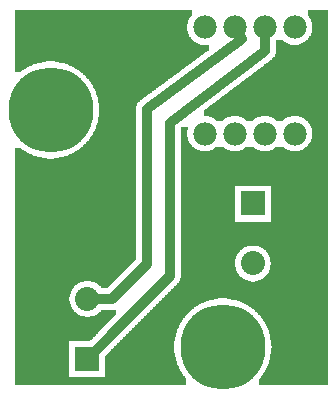
<source format=gbl>
G04 MADE WITH FRITZING*
G04 WWW.FRITZING.ORG*
G04 DOUBLE SIDED*
G04 HOLES PLATED*
G04 CONTOUR ON CENTER OF CONTOUR VECTOR*
%FSLAX26Y26*%
%MOIN*%
%ADD10C,0.075000*%
%ADD11C,0.078000*%
%ADD12C,0.080000*%
%ADD13C,0.283464*%
%ADD14R,0.080000X0.080000*%
%ADD15C,0.032000*%
%ADD16C,0.000100*%
%G04COPPER0*%
%FSLAX26Y26*%
%MOIN*%
D10*
X119302Y1212816D03*
D11*
X970790Y878177D03*
X870790Y878177D03*
X770790Y878177D03*
X670790Y878177D03*
X970790Y1232510D03*
X870790Y1232510D03*
X770790Y1232510D03*
X670790Y1232510D03*
D12*
X280244Y127000D03*
X280244Y327000D03*
X831422Y645110D03*
X831422Y445110D03*
D13*
X731322Y166790D03*
X157322Y956788D03*
D14*
X280244Y127000D03*
X831422Y645110D03*
D15*
X794589Y1192743D02*
X477922Y959410D01*
D02*
X477922Y959410D02*
X477922Y442743D01*
D02*
X780546Y1216207D02*
X794586Y1192746D01*
D02*
X361256Y326080D02*
X300239Y326770D01*
D02*
X477922Y442743D02*
X361256Y326080D01*
D02*
X870789Y878177D02*
X872364Y879781D01*
D02*
X872367Y1192743D02*
X871544Y1213522D01*
D02*
X872367Y1153854D02*
X872367Y1192743D01*
D02*
X555700Y914966D02*
X872367Y1153854D01*
D02*
X555700Y403854D02*
X555700Y914966D01*
D02*
X361256Y209410D02*
X555700Y403854D01*
D02*
X294265Y141260D02*
X361259Y209410D01*
D16*
G36*
X144000Y998710D02*
X144000Y996710D01*
X140000Y996710D01*
X140000Y994710D01*
X136000Y994710D01*
X136000Y992710D01*
X132000Y992710D01*
X132000Y990710D01*
X130000Y990710D01*
X130000Y988710D01*
X128000Y988710D01*
X128000Y986710D01*
X126000Y986710D01*
X126000Y984710D01*
X124000Y984710D01*
X124000Y982710D01*
X122000Y982710D01*
X122000Y980710D01*
X120000Y980710D01*
X120000Y976710D01*
X118000Y976710D01*
X118000Y970710D01*
X116000Y970710D01*
X116000Y942710D01*
X118000Y942710D01*
X118000Y936710D01*
X120000Y936710D01*
X120000Y934710D01*
X122000Y934710D01*
X122000Y930710D01*
X124000Y930710D01*
X124000Y928710D01*
X126000Y928710D01*
X126000Y926710D01*
X128000Y926710D01*
X128000Y924710D01*
X130000Y924710D01*
X130000Y922710D01*
X132000Y922710D01*
X132000Y920710D01*
X136000Y920710D01*
X136000Y918710D01*
X140000Y918710D01*
X140000Y916710D01*
X144000Y916710D01*
X144000Y914710D01*
X170000Y914710D01*
X170000Y916710D01*
X176000Y916710D01*
X176000Y918710D01*
X180000Y918710D01*
X180000Y920710D01*
X182000Y920710D01*
X182000Y922710D01*
X184000Y922710D01*
X184000Y924710D01*
X186000Y924710D01*
X186000Y926710D01*
X188000Y926710D01*
X188000Y928710D01*
X190000Y928710D01*
X190000Y930710D01*
X192000Y930710D01*
X192000Y932710D01*
X194000Y932710D01*
X194000Y936710D01*
X196000Y936710D01*
X196000Y940710D01*
X198000Y940710D01*
X198000Y946710D01*
X200000Y946710D01*
X200000Y966710D01*
X198000Y966710D01*
X198000Y972710D01*
X196000Y972710D01*
X196000Y976710D01*
X194000Y976710D01*
X194000Y980710D01*
X192000Y980710D01*
X192000Y982710D01*
X190000Y982710D01*
X190000Y986710D01*
X188000Y986710D01*
X188000Y988710D01*
X184000Y988710D01*
X184000Y990710D01*
X182000Y990710D01*
X182000Y992710D01*
X180000Y992710D01*
X180000Y994710D01*
X176000Y994710D01*
X176000Y996710D01*
X170000Y996710D01*
X170000Y998710D01*
X144000Y998710D01*
G37*
D02*
G36*
X40000Y1290710D02*
X40000Y1118710D01*
X172000Y1118710D01*
X172000Y1116710D01*
X186000Y1116710D01*
X186000Y1114710D01*
X196000Y1114710D01*
X196000Y1112710D01*
X204000Y1112710D01*
X204000Y1110710D01*
X210000Y1110710D01*
X210000Y1108710D01*
X214000Y1108710D01*
X214000Y1106710D01*
X220000Y1106710D01*
X220000Y1104710D01*
X224000Y1104710D01*
X224000Y1102710D01*
X228000Y1102710D01*
X228000Y1100710D01*
X232000Y1100710D01*
X232000Y1098710D01*
X236000Y1098710D01*
X236000Y1096710D01*
X240000Y1096710D01*
X240000Y1094710D01*
X244000Y1094710D01*
X244000Y1092710D01*
X246000Y1092710D01*
X246000Y1090710D01*
X250000Y1090710D01*
X250000Y1088710D01*
X252000Y1088710D01*
X252000Y1086710D01*
X254000Y1086710D01*
X254000Y1084710D01*
X258000Y1084710D01*
X258000Y1082710D01*
X260000Y1082710D01*
X260000Y1080710D01*
X262000Y1080710D01*
X262000Y1078710D01*
X264000Y1078710D01*
X264000Y1076710D01*
X266000Y1076710D01*
X266000Y1074710D01*
X268000Y1074710D01*
X268000Y1072710D01*
X272000Y1072710D01*
X272000Y1068710D01*
X274000Y1068710D01*
X274000Y1066710D01*
X276000Y1066710D01*
X276000Y1064710D01*
X278000Y1064710D01*
X278000Y1062710D01*
X280000Y1062710D01*
X280000Y1060710D01*
X282000Y1060710D01*
X282000Y1058710D01*
X284000Y1058710D01*
X284000Y1056710D01*
X286000Y1056710D01*
X286000Y1052710D01*
X288000Y1052710D01*
X288000Y1050710D01*
X290000Y1050710D01*
X290000Y1048710D01*
X292000Y1048710D01*
X292000Y1044710D01*
X294000Y1044710D01*
X294000Y1040710D01*
X296000Y1040710D01*
X296000Y1038710D01*
X298000Y1038710D01*
X298000Y1034710D01*
X300000Y1034710D01*
X300000Y1030710D01*
X302000Y1030710D01*
X302000Y1026710D01*
X304000Y1026710D01*
X304000Y1022710D01*
X306000Y1022710D01*
X306000Y1018710D01*
X308000Y1018710D01*
X308000Y1012710D01*
X310000Y1012710D01*
X310000Y1006710D01*
X312000Y1006710D01*
X312000Y1000710D01*
X314000Y1000710D01*
X314000Y992710D01*
X316000Y992710D01*
X316000Y980710D01*
X318000Y980710D01*
X318000Y958710D01*
X320000Y958710D01*
X320000Y954710D01*
X318000Y954710D01*
X318000Y932710D01*
X316000Y932710D01*
X316000Y920710D01*
X314000Y920710D01*
X314000Y912710D01*
X312000Y912710D01*
X312000Y906710D01*
X310000Y906710D01*
X310000Y900710D01*
X308000Y900710D01*
X308000Y894710D01*
X306000Y894710D01*
X306000Y890710D01*
X304000Y890710D01*
X304000Y886710D01*
X302000Y886710D01*
X302000Y882710D01*
X300000Y882710D01*
X300000Y878710D01*
X298000Y878710D01*
X298000Y874710D01*
X296000Y874710D01*
X296000Y872710D01*
X294000Y872710D01*
X294000Y868710D01*
X292000Y868710D01*
X292000Y866710D01*
X290000Y866710D01*
X290000Y862710D01*
X288000Y862710D01*
X288000Y860710D01*
X286000Y860710D01*
X286000Y858710D01*
X284000Y858710D01*
X284000Y854710D01*
X282000Y854710D01*
X282000Y852710D01*
X280000Y852710D01*
X280000Y850710D01*
X278000Y850710D01*
X278000Y848710D01*
X276000Y848710D01*
X276000Y846710D01*
X274000Y846710D01*
X274000Y844710D01*
X272000Y844710D01*
X272000Y842710D01*
X270000Y842710D01*
X270000Y840710D01*
X268000Y840710D01*
X268000Y838710D01*
X266000Y838710D01*
X266000Y836710D01*
X264000Y836710D01*
X264000Y834710D01*
X262000Y834710D01*
X262000Y832710D01*
X260000Y832710D01*
X260000Y830710D01*
X258000Y830710D01*
X258000Y828710D01*
X254000Y828710D01*
X254000Y826710D01*
X252000Y826710D01*
X252000Y824710D01*
X250000Y824710D01*
X250000Y822710D01*
X246000Y822710D01*
X246000Y820710D01*
X242000Y820710D01*
X242000Y818710D01*
X240000Y818710D01*
X240000Y816710D01*
X236000Y816710D01*
X236000Y814710D01*
X232000Y814710D01*
X232000Y812710D01*
X228000Y812710D01*
X228000Y810710D01*
X224000Y810710D01*
X224000Y808710D01*
X220000Y808710D01*
X220000Y806710D01*
X214000Y806710D01*
X214000Y804710D01*
X210000Y804710D01*
X210000Y802710D01*
X202000Y802710D01*
X202000Y800710D01*
X196000Y800710D01*
X196000Y798710D01*
X186000Y798710D01*
X186000Y796710D01*
X170000Y796710D01*
X170000Y794710D01*
X442000Y794710D01*
X442000Y968710D01*
X444000Y968710D01*
X444000Y974710D01*
X446000Y974710D01*
X446000Y978710D01*
X448000Y978710D01*
X448000Y980710D01*
X450000Y980710D01*
X450000Y982710D01*
X452000Y982710D01*
X452000Y984710D01*
X454000Y984710D01*
X454000Y986710D01*
X456000Y986710D01*
X456000Y988710D01*
X458000Y988710D01*
X458000Y990710D01*
X462000Y990710D01*
X462000Y992710D01*
X464000Y992710D01*
X464000Y994710D01*
X466000Y994710D01*
X466000Y996710D01*
X470000Y996710D01*
X470000Y998710D01*
X472000Y998710D01*
X472000Y1000710D01*
X474000Y1000710D01*
X474000Y1002710D01*
X478000Y1002710D01*
X478000Y1004710D01*
X480000Y1004710D01*
X480000Y1006710D01*
X482000Y1006710D01*
X482000Y1008710D01*
X486000Y1008710D01*
X486000Y1010710D01*
X488000Y1010710D01*
X488000Y1012710D01*
X490000Y1012710D01*
X490000Y1014710D01*
X494000Y1014710D01*
X494000Y1016710D01*
X496000Y1016710D01*
X496000Y1018710D01*
X500000Y1018710D01*
X500000Y1020710D01*
X502000Y1020710D01*
X502000Y1022710D01*
X504000Y1022710D01*
X504000Y1024710D01*
X508000Y1024710D01*
X508000Y1026710D01*
X510000Y1026710D01*
X510000Y1028710D01*
X512000Y1028710D01*
X512000Y1030710D01*
X516000Y1030710D01*
X516000Y1032710D01*
X518000Y1032710D01*
X518000Y1034710D01*
X520000Y1034710D01*
X520000Y1036710D01*
X524000Y1036710D01*
X524000Y1038710D01*
X526000Y1038710D01*
X526000Y1040710D01*
X528000Y1040710D01*
X528000Y1042710D01*
X532000Y1042710D01*
X532000Y1044710D01*
X534000Y1044710D01*
X534000Y1046710D01*
X538000Y1046710D01*
X538000Y1048710D01*
X540000Y1048710D01*
X540000Y1050710D01*
X542000Y1050710D01*
X542000Y1052710D01*
X546000Y1052710D01*
X546000Y1054710D01*
X548000Y1054710D01*
X548000Y1056710D01*
X550000Y1056710D01*
X550000Y1058710D01*
X554000Y1058710D01*
X554000Y1060710D01*
X556000Y1060710D01*
X556000Y1062710D01*
X558000Y1062710D01*
X558000Y1064710D01*
X562000Y1064710D01*
X562000Y1066710D01*
X564000Y1066710D01*
X564000Y1068710D01*
X566000Y1068710D01*
X566000Y1070710D01*
X570000Y1070710D01*
X570000Y1072710D01*
X572000Y1072710D01*
X572000Y1074710D01*
X576000Y1074710D01*
X576000Y1076710D01*
X578000Y1076710D01*
X578000Y1078710D01*
X580000Y1078710D01*
X580000Y1080710D01*
X584000Y1080710D01*
X584000Y1082710D01*
X586000Y1082710D01*
X586000Y1084710D01*
X588000Y1084710D01*
X588000Y1086710D01*
X592000Y1086710D01*
X592000Y1088710D01*
X594000Y1088710D01*
X594000Y1090710D01*
X596000Y1090710D01*
X596000Y1092710D01*
X600000Y1092710D01*
X600000Y1094710D01*
X602000Y1094710D01*
X602000Y1096710D01*
X604000Y1096710D01*
X604000Y1098710D01*
X608000Y1098710D01*
X608000Y1100710D01*
X610000Y1100710D01*
X610000Y1102710D01*
X614000Y1102710D01*
X614000Y1104710D01*
X616000Y1104710D01*
X616000Y1106710D01*
X618000Y1106710D01*
X618000Y1108710D01*
X622000Y1108710D01*
X622000Y1110710D01*
X624000Y1110710D01*
X624000Y1112710D01*
X626000Y1112710D01*
X626000Y1114710D01*
X630000Y1114710D01*
X630000Y1116710D01*
X632000Y1116710D01*
X632000Y1118710D01*
X634000Y1118710D01*
X634000Y1120710D01*
X638000Y1120710D01*
X638000Y1122710D01*
X640000Y1122710D01*
X640000Y1124710D01*
X642000Y1124710D01*
X642000Y1126710D01*
X646000Y1126710D01*
X646000Y1128710D01*
X648000Y1128710D01*
X648000Y1130710D01*
X652000Y1130710D01*
X652000Y1132710D01*
X654000Y1132710D01*
X654000Y1134710D01*
X656000Y1134710D01*
X656000Y1136710D01*
X660000Y1136710D01*
X660000Y1138710D01*
X662000Y1138710D01*
X662000Y1140710D01*
X664000Y1140710D01*
X664000Y1142710D01*
X668000Y1142710D01*
X668000Y1144710D01*
X670000Y1144710D01*
X670000Y1146710D01*
X672000Y1146710D01*
X672000Y1148710D01*
X676000Y1148710D01*
X676000Y1150710D01*
X678000Y1150710D01*
X678000Y1152710D01*
X680000Y1152710D01*
X680000Y1154710D01*
X684000Y1154710D01*
X684000Y1172710D01*
X668000Y1172710D01*
X668000Y1174710D01*
X656000Y1174710D01*
X656000Y1176710D01*
X650000Y1176710D01*
X650000Y1178710D01*
X644000Y1178710D01*
X644000Y1180710D01*
X642000Y1180710D01*
X642000Y1182710D01*
X638000Y1182710D01*
X638000Y1184710D01*
X636000Y1184710D01*
X636000Y1186710D01*
X632000Y1186710D01*
X632000Y1188710D01*
X630000Y1188710D01*
X630000Y1190710D01*
X628000Y1190710D01*
X628000Y1192710D01*
X626000Y1192710D01*
X626000Y1196710D01*
X624000Y1196710D01*
X624000Y1198710D01*
X622000Y1198710D01*
X622000Y1200710D01*
X620000Y1200710D01*
X620000Y1204710D01*
X618000Y1204710D01*
X618000Y1208710D01*
X616000Y1208710D01*
X616000Y1212710D01*
X614000Y1212710D01*
X614000Y1220710D01*
X612000Y1220710D01*
X612000Y1242710D01*
X614000Y1242710D01*
X614000Y1250710D01*
X616000Y1250710D01*
X616000Y1256710D01*
X618000Y1256710D01*
X618000Y1260710D01*
X620000Y1260710D01*
X620000Y1264710D01*
X622000Y1264710D01*
X622000Y1266710D01*
X624000Y1266710D01*
X624000Y1268710D01*
X626000Y1268710D01*
X626000Y1270710D01*
X628000Y1270710D01*
X628000Y1290710D01*
X40000Y1290710D01*
G37*
D02*
G36*
X1014000Y1290710D02*
X1014000Y1270710D01*
X1016000Y1270710D01*
X1016000Y1268710D01*
X1018000Y1268710D01*
X1018000Y1266710D01*
X1020000Y1266710D01*
X1020000Y1262710D01*
X1022000Y1262710D01*
X1022000Y1260710D01*
X1024000Y1260710D01*
X1024000Y1256710D01*
X1026000Y1256710D01*
X1026000Y1250710D01*
X1028000Y1250710D01*
X1028000Y1240710D01*
X1030000Y1240710D01*
X1030000Y1224710D01*
X1028000Y1224710D01*
X1028000Y1214710D01*
X1026000Y1214710D01*
X1026000Y1208710D01*
X1024000Y1208710D01*
X1024000Y1204710D01*
X1022000Y1204710D01*
X1022000Y1202710D01*
X1020000Y1202710D01*
X1020000Y1198710D01*
X1018000Y1198710D01*
X1018000Y1196710D01*
X1016000Y1196710D01*
X1016000Y1194710D01*
X1014000Y1194710D01*
X1014000Y1190710D01*
X1012000Y1190710D01*
X1012000Y1188710D01*
X1008000Y1188710D01*
X1008000Y1186710D01*
X1006000Y1186710D01*
X1006000Y1184710D01*
X1004000Y1184710D01*
X1004000Y1182710D01*
X1000000Y1182710D01*
X1000000Y1180710D01*
X996000Y1180710D01*
X996000Y1178710D01*
X992000Y1178710D01*
X992000Y1176710D01*
X986000Y1176710D01*
X986000Y1174710D01*
X974000Y1174710D01*
X974000Y1172710D01*
X1082000Y1172710D01*
X1082000Y1290710D01*
X1014000Y1290710D01*
G37*
D02*
G36*
X908000Y1188710D02*
X908000Y1172710D01*
X968000Y1172710D01*
X968000Y1174710D01*
X956000Y1174710D01*
X956000Y1176710D01*
X950000Y1176710D01*
X950000Y1178710D01*
X944000Y1178710D01*
X944000Y1180710D01*
X942000Y1180710D01*
X942000Y1182710D01*
X938000Y1182710D01*
X938000Y1184710D01*
X936000Y1184710D01*
X936000Y1186710D01*
X932000Y1186710D01*
X932000Y1188710D01*
X908000Y1188710D01*
G37*
D02*
G36*
X908000Y1172710D02*
X908000Y1170710D01*
X1082000Y1170710D01*
X1082000Y1172710D01*
X908000Y1172710D01*
G37*
D02*
G36*
X908000Y1172710D02*
X908000Y1170710D01*
X1082000Y1170710D01*
X1082000Y1172710D01*
X908000Y1172710D01*
G37*
D02*
G36*
X908000Y1170710D02*
X908000Y1144710D01*
X906000Y1144710D01*
X906000Y1138710D01*
X904000Y1138710D01*
X904000Y1134710D01*
X902000Y1134710D01*
X902000Y1132710D01*
X900000Y1132710D01*
X900000Y1130710D01*
X898000Y1130710D01*
X898000Y1128710D01*
X896000Y1128710D01*
X896000Y1126710D01*
X894000Y1126710D01*
X894000Y1124710D01*
X892000Y1124710D01*
X892000Y1122710D01*
X890000Y1122710D01*
X890000Y1120710D01*
X886000Y1120710D01*
X886000Y1118710D01*
X884000Y1118710D01*
X884000Y1116710D01*
X882000Y1116710D01*
X882000Y1114710D01*
X878000Y1114710D01*
X878000Y1112710D01*
X876000Y1112710D01*
X876000Y1110710D01*
X874000Y1110710D01*
X874000Y1108710D01*
X870000Y1108710D01*
X870000Y1106710D01*
X868000Y1106710D01*
X868000Y1104710D01*
X866000Y1104710D01*
X866000Y1102710D01*
X864000Y1102710D01*
X864000Y1100710D01*
X860000Y1100710D01*
X860000Y1098710D01*
X858000Y1098710D01*
X858000Y1096710D01*
X856000Y1096710D01*
X856000Y1094710D01*
X852000Y1094710D01*
X852000Y1092710D01*
X850000Y1092710D01*
X850000Y1090710D01*
X848000Y1090710D01*
X848000Y1088710D01*
X844000Y1088710D01*
X844000Y1086710D01*
X842000Y1086710D01*
X842000Y1084710D01*
X840000Y1084710D01*
X840000Y1082710D01*
X836000Y1082710D01*
X836000Y1080710D01*
X834000Y1080710D01*
X834000Y1078710D01*
X832000Y1078710D01*
X832000Y1076710D01*
X828000Y1076710D01*
X828000Y1074710D01*
X826000Y1074710D01*
X826000Y1072710D01*
X824000Y1072710D01*
X824000Y1070710D01*
X820000Y1070710D01*
X820000Y1068710D01*
X818000Y1068710D01*
X818000Y1066710D01*
X816000Y1066710D01*
X816000Y1064710D01*
X812000Y1064710D01*
X812000Y1062710D01*
X810000Y1062710D01*
X810000Y1060710D01*
X808000Y1060710D01*
X808000Y1058710D01*
X804000Y1058710D01*
X804000Y1056710D01*
X802000Y1056710D01*
X802000Y1054710D01*
X800000Y1054710D01*
X800000Y1052710D01*
X796000Y1052710D01*
X796000Y1050710D01*
X794000Y1050710D01*
X794000Y1048710D01*
X792000Y1048710D01*
X792000Y1046710D01*
X788000Y1046710D01*
X788000Y1044710D01*
X786000Y1044710D01*
X786000Y1042710D01*
X784000Y1042710D01*
X784000Y1040710D01*
X780000Y1040710D01*
X780000Y1038710D01*
X778000Y1038710D01*
X778000Y1036710D01*
X776000Y1036710D01*
X776000Y1034710D01*
X772000Y1034710D01*
X772000Y1032710D01*
X770000Y1032710D01*
X770000Y1030710D01*
X768000Y1030710D01*
X768000Y1028710D01*
X764000Y1028710D01*
X764000Y1026710D01*
X762000Y1026710D01*
X762000Y1024710D01*
X760000Y1024710D01*
X760000Y1022710D01*
X756000Y1022710D01*
X756000Y1020710D01*
X754000Y1020710D01*
X754000Y1018710D01*
X752000Y1018710D01*
X752000Y1016710D01*
X750000Y1016710D01*
X750000Y1014710D01*
X746000Y1014710D01*
X746000Y1012710D01*
X744000Y1012710D01*
X744000Y1010710D01*
X742000Y1010710D01*
X742000Y1008710D01*
X738000Y1008710D01*
X738000Y1006710D01*
X736000Y1006710D01*
X736000Y1004710D01*
X734000Y1004710D01*
X734000Y1002710D01*
X730000Y1002710D01*
X730000Y1000710D01*
X728000Y1000710D01*
X728000Y998710D01*
X726000Y998710D01*
X726000Y996710D01*
X722000Y996710D01*
X722000Y994710D01*
X720000Y994710D01*
X720000Y992710D01*
X718000Y992710D01*
X718000Y990710D01*
X714000Y990710D01*
X714000Y988710D01*
X712000Y988710D01*
X712000Y986710D01*
X710000Y986710D01*
X710000Y984710D01*
X706000Y984710D01*
X706000Y982710D01*
X704000Y982710D01*
X704000Y980710D01*
X702000Y980710D01*
X702000Y978710D01*
X698000Y978710D01*
X698000Y976710D01*
X696000Y976710D01*
X696000Y974710D01*
X694000Y974710D01*
X694000Y972710D01*
X690000Y972710D01*
X690000Y970710D01*
X688000Y970710D01*
X688000Y968710D01*
X686000Y968710D01*
X686000Y966710D01*
X682000Y966710D01*
X682000Y964710D01*
X680000Y964710D01*
X680000Y962710D01*
X678000Y962710D01*
X678000Y960710D01*
X674000Y960710D01*
X674000Y958710D01*
X672000Y958710D01*
X672000Y956710D01*
X670000Y956710D01*
X670000Y936710D01*
X984000Y936710D01*
X984000Y934710D01*
X990000Y934710D01*
X990000Y932710D01*
X996000Y932710D01*
X996000Y930710D01*
X1000000Y930710D01*
X1000000Y928710D01*
X1002000Y928710D01*
X1002000Y926710D01*
X1006000Y926710D01*
X1006000Y924710D01*
X1008000Y924710D01*
X1008000Y922710D01*
X1010000Y922710D01*
X1010000Y920710D01*
X1012000Y920710D01*
X1012000Y918710D01*
X1014000Y918710D01*
X1014000Y916710D01*
X1016000Y916710D01*
X1016000Y914710D01*
X1018000Y914710D01*
X1018000Y912710D01*
X1020000Y912710D01*
X1020000Y908710D01*
X1022000Y908710D01*
X1022000Y904710D01*
X1024000Y904710D01*
X1024000Y900710D01*
X1026000Y900710D01*
X1026000Y896710D01*
X1028000Y896710D01*
X1028000Y886710D01*
X1030000Y886710D01*
X1030000Y870710D01*
X1028000Y870710D01*
X1028000Y860710D01*
X1026000Y860710D01*
X1026000Y854710D01*
X1024000Y854710D01*
X1024000Y850710D01*
X1022000Y850710D01*
X1022000Y846710D01*
X1020000Y846710D01*
X1020000Y844710D01*
X1018000Y844710D01*
X1018000Y842710D01*
X1016000Y842710D01*
X1016000Y838710D01*
X1014000Y838710D01*
X1014000Y836710D01*
X1012000Y836710D01*
X1012000Y834710D01*
X1010000Y834710D01*
X1010000Y832710D01*
X1006000Y832710D01*
X1006000Y830710D01*
X1004000Y830710D01*
X1004000Y828710D01*
X1002000Y828710D01*
X1002000Y826710D01*
X998000Y826710D01*
X998000Y824710D01*
X994000Y824710D01*
X994000Y822710D01*
X988000Y822710D01*
X988000Y820710D01*
X978000Y820710D01*
X978000Y818710D01*
X1082000Y818710D01*
X1082000Y1170710D01*
X908000Y1170710D01*
G37*
D02*
G36*
X40000Y1118710D02*
X40000Y1084710D01*
X60000Y1084710D01*
X60000Y1086710D01*
X62000Y1086710D01*
X62000Y1088710D01*
X66000Y1088710D01*
X66000Y1090710D01*
X68000Y1090710D01*
X68000Y1092710D01*
X72000Y1092710D01*
X72000Y1094710D01*
X74000Y1094710D01*
X74000Y1096710D01*
X78000Y1096710D01*
X78000Y1098710D01*
X82000Y1098710D01*
X82000Y1100710D01*
X86000Y1100710D01*
X86000Y1102710D01*
X90000Y1102710D01*
X90000Y1104710D01*
X94000Y1104710D01*
X94000Y1106710D01*
X100000Y1106710D01*
X100000Y1108710D01*
X106000Y1108710D01*
X106000Y1110710D01*
X112000Y1110710D01*
X112000Y1112710D01*
X118000Y1112710D01*
X118000Y1114710D01*
X128000Y1114710D01*
X128000Y1116710D01*
X142000Y1116710D01*
X142000Y1118710D01*
X40000Y1118710D01*
G37*
D02*
G36*
X684000Y936710D02*
X684000Y934710D01*
X690000Y934710D01*
X690000Y932710D01*
X696000Y932710D01*
X696000Y930710D01*
X700000Y930710D01*
X700000Y928710D01*
X702000Y928710D01*
X702000Y926710D01*
X706000Y926710D01*
X706000Y924710D01*
X708000Y924710D01*
X708000Y922710D01*
X710000Y922710D01*
X710000Y920710D01*
X732000Y920710D01*
X732000Y922710D01*
X734000Y922710D01*
X734000Y924710D01*
X736000Y924710D01*
X736000Y926710D01*
X740000Y926710D01*
X740000Y928710D01*
X742000Y928710D01*
X742000Y930710D01*
X746000Y930710D01*
X746000Y932710D01*
X752000Y932710D01*
X752000Y934710D01*
X758000Y934710D01*
X758000Y936710D01*
X684000Y936710D01*
G37*
D02*
G36*
X784000Y936710D02*
X784000Y934710D01*
X790000Y934710D01*
X790000Y932710D01*
X796000Y932710D01*
X796000Y930710D01*
X800000Y930710D01*
X800000Y928710D01*
X802000Y928710D01*
X802000Y926710D01*
X806000Y926710D01*
X806000Y924710D01*
X808000Y924710D01*
X808000Y922710D01*
X810000Y922710D01*
X810000Y920710D01*
X832000Y920710D01*
X832000Y922710D01*
X834000Y922710D01*
X834000Y924710D01*
X836000Y924710D01*
X836000Y926710D01*
X840000Y926710D01*
X840000Y928710D01*
X842000Y928710D01*
X842000Y930710D01*
X846000Y930710D01*
X846000Y932710D01*
X852000Y932710D01*
X852000Y934710D01*
X858000Y934710D01*
X858000Y936710D01*
X784000Y936710D01*
G37*
D02*
G36*
X884000Y936710D02*
X884000Y934710D01*
X890000Y934710D01*
X890000Y932710D01*
X896000Y932710D01*
X896000Y930710D01*
X900000Y930710D01*
X900000Y928710D01*
X902000Y928710D01*
X902000Y926710D01*
X906000Y926710D01*
X906000Y924710D01*
X908000Y924710D01*
X908000Y922710D01*
X910000Y922710D01*
X910000Y920710D01*
X932000Y920710D01*
X932000Y922710D01*
X934000Y922710D01*
X934000Y924710D01*
X936000Y924710D01*
X936000Y926710D01*
X940000Y926710D01*
X940000Y928710D01*
X942000Y928710D01*
X942000Y930710D01*
X946000Y930710D01*
X946000Y932710D01*
X952000Y932710D01*
X952000Y934710D01*
X958000Y934710D01*
X958000Y936710D01*
X884000Y936710D01*
G37*
D02*
G36*
X592000Y898710D02*
X592000Y818710D01*
X664000Y818710D01*
X664000Y820710D01*
X654000Y820710D01*
X654000Y822710D01*
X648000Y822710D01*
X648000Y824710D01*
X644000Y824710D01*
X644000Y826710D01*
X640000Y826710D01*
X640000Y828710D01*
X638000Y828710D01*
X638000Y830710D01*
X634000Y830710D01*
X634000Y832710D01*
X632000Y832710D01*
X632000Y834710D01*
X630000Y834710D01*
X630000Y836710D01*
X628000Y836710D01*
X628000Y838710D01*
X626000Y838710D01*
X626000Y840710D01*
X624000Y840710D01*
X624000Y844710D01*
X622000Y844710D01*
X622000Y846710D01*
X620000Y846710D01*
X620000Y850710D01*
X618000Y850710D01*
X618000Y854710D01*
X616000Y854710D01*
X616000Y858710D01*
X614000Y858710D01*
X614000Y866710D01*
X612000Y866710D01*
X612000Y888710D01*
X614000Y888710D01*
X614000Y898710D01*
X592000Y898710D01*
G37*
D02*
G36*
X710000Y834710D02*
X710000Y832710D01*
X706000Y832710D01*
X706000Y830710D01*
X704000Y830710D01*
X704000Y828710D01*
X702000Y828710D01*
X702000Y826710D01*
X698000Y826710D01*
X698000Y824710D01*
X694000Y824710D01*
X694000Y822710D01*
X688000Y822710D01*
X688000Y820710D01*
X678000Y820710D01*
X678000Y818710D01*
X764000Y818710D01*
X764000Y820710D01*
X754000Y820710D01*
X754000Y822710D01*
X748000Y822710D01*
X748000Y824710D01*
X744000Y824710D01*
X744000Y826710D01*
X740000Y826710D01*
X740000Y828710D01*
X738000Y828710D01*
X738000Y830710D01*
X734000Y830710D01*
X734000Y832710D01*
X732000Y832710D01*
X732000Y834710D01*
X710000Y834710D01*
G37*
D02*
G36*
X810000Y834710D02*
X810000Y832710D01*
X806000Y832710D01*
X806000Y830710D01*
X804000Y830710D01*
X804000Y828710D01*
X802000Y828710D01*
X802000Y826710D01*
X798000Y826710D01*
X798000Y824710D01*
X794000Y824710D01*
X794000Y822710D01*
X788000Y822710D01*
X788000Y820710D01*
X778000Y820710D01*
X778000Y818710D01*
X864000Y818710D01*
X864000Y820710D01*
X854000Y820710D01*
X854000Y822710D01*
X848000Y822710D01*
X848000Y824710D01*
X844000Y824710D01*
X844000Y826710D01*
X840000Y826710D01*
X840000Y828710D01*
X838000Y828710D01*
X838000Y830710D01*
X834000Y830710D01*
X834000Y832710D01*
X832000Y832710D01*
X832000Y834710D01*
X810000Y834710D01*
G37*
D02*
G36*
X910000Y834710D02*
X910000Y832710D01*
X906000Y832710D01*
X906000Y830710D01*
X904000Y830710D01*
X904000Y828710D01*
X902000Y828710D01*
X902000Y826710D01*
X898000Y826710D01*
X898000Y824710D01*
X894000Y824710D01*
X894000Y822710D01*
X888000Y822710D01*
X888000Y820710D01*
X878000Y820710D01*
X878000Y818710D01*
X964000Y818710D01*
X964000Y820710D01*
X954000Y820710D01*
X954000Y822710D01*
X948000Y822710D01*
X948000Y824710D01*
X944000Y824710D01*
X944000Y826710D01*
X940000Y826710D01*
X940000Y828710D01*
X938000Y828710D01*
X938000Y830710D01*
X934000Y830710D01*
X934000Y832710D01*
X932000Y832710D01*
X932000Y834710D01*
X910000Y834710D01*
G37*
D02*
G36*
X40000Y828710D02*
X40000Y794710D01*
X144000Y794710D01*
X144000Y796710D01*
X128000Y796710D01*
X128000Y798710D01*
X120000Y798710D01*
X120000Y800710D01*
X112000Y800710D01*
X112000Y802710D01*
X106000Y802710D01*
X106000Y804710D01*
X100000Y804710D01*
X100000Y806710D01*
X94000Y806710D01*
X94000Y808710D01*
X90000Y808710D01*
X90000Y810710D01*
X86000Y810710D01*
X86000Y812710D01*
X82000Y812710D01*
X82000Y814710D01*
X78000Y814710D01*
X78000Y816710D01*
X76000Y816710D01*
X76000Y818710D01*
X72000Y818710D01*
X72000Y820710D01*
X68000Y820710D01*
X68000Y822710D01*
X66000Y822710D01*
X66000Y824710D01*
X62000Y824710D01*
X62000Y826710D01*
X60000Y826710D01*
X60000Y828710D01*
X40000Y828710D01*
G37*
D02*
G36*
X592000Y818710D02*
X592000Y816710D01*
X1082000Y816710D01*
X1082000Y818710D01*
X592000Y818710D01*
G37*
D02*
G36*
X592000Y818710D02*
X592000Y816710D01*
X1082000Y816710D01*
X1082000Y818710D01*
X592000Y818710D01*
G37*
D02*
G36*
X592000Y818710D02*
X592000Y816710D01*
X1082000Y816710D01*
X1082000Y818710D01*
X592000Y818710D01*
G37*
D02*
G36*
X592000Y818710D02*
X592000Y816710D01*
X1082000Y816710D01*
X1082000Y818710D01*
X592000Y818710D01*
G37*
D02*
G36*
X592000Y818710D02*
X592000Y816710D01*
X1082000Y816710D01*
X1082000Y818710D01*
X592000Y818710D01*
G37*
D02*
G36*
X592000Y816710D02*
X592000Y704710D01*
X892000Y704710D01*
X892000Y584710D01*
X1082000Y584710D01*
X1082000Y816710D01*
X592000Y816710D01*
G37*
D02*
G36*
X40000Y794710D02*
X40000Y792710D01*
X442000Y792710D01*
X442000Y794710D01*
X40000Y794710D01*
G37*
D02*
G36*
X40000Y794710D02*
X40000Y792710D01*
X442000Y792710D01*
X442000Y794710D01*
X40000Y794710D01*
G37*
D02*
G36*
X40000Y792710D02*
X40000Y386710D01*
X292000Y386710D01*
X292000Y384710D01*
X300000Y384710D01*
X300000Y382710D01*
X304000Y382710D01*
X304000Y380710D01*
X308000Y380710D01*
X308000Y378710D01*
X312000Y378710D01*
X312000Y376710D01*
X314000Y376710D01*
X314000Y374710D01*
X318000Y374710D01*
X318000Y372710D01*
X320000Y372710D01*
X320000Y370710D01*
X322000Y370710D01*
X322000Y368710D01*
X324000Y368710D01*
X324000Y366710D01*
X326000Y366710D01*
X326000Y364710D01*
X328000Y364710D01*
X328000Y362710D01*
X348000Y362710D01*
X348000Y364710D01*
X350000Y364710D01*
X350000Y366710D01*
X352000Y366710D01*
X352000Y368710D01*
X354000Y368710D01*
X354000Y370710D01*
X356000Y370710D01*
X356000Y372710D01*
X358000Y372710D01*
X358000Y374710D01*
X360000Y374710D01*
X360000Y376710D01*
X362000Y376710D01*
X362000Y378710D01*
X364000Y378710D01*
X364000Y380710D01*
X366000Y380710D01*
X366000Y382710D01*
X368000Y382710D01*
X368000Y384710D01*
X370000Y384710D01*
X370000Y386710D01*
X372000Y386710D01*
X372000Y388710D01*
X374000Y388710D01*
X374000Y390710D01*
X376000Y390710D01*
X376000Y392710D01*
X378000Y392710D01*
X378000Y394710D01*
X380000Y394710D01*
X380000Y396710D01*
X382000Y396710D01*
X382000Y398710D01*
X384000Y398710D01*
X384000Y400710D01*
X386000Y400710D01*
X386000Y402710D01*
X388000Y402710D01*
X388000Y404710D01*
X390000Y404710D01*
X390000Y406710D01*
X392000Y406710D01*
X392000Y408710D01*
X394000Y408710D01*
X394000Y410710D01*
X396000Y410710D01*
X396000Y412710D01*
X398000Y412710D01*
X398000Y414710D01*
X400000Y414710D01*
X400000Y416710D01*
X402000Y416710D01*
X402000Y418710D01*
X404000Y418710D01*
X404000Y420710D01*
X406000Y420710D01*
X406000Y422710D01*
X408000Y422710D01*
X408000Y424710D01*
X410000Y424710D01*
X410000Y426710D01*
X412000Y426710D01*
X412000Y428710D01*
X414000Y428710D01*
X414000Y430710D01*
X416000Y430710D01*
X416000Y432710D01*
X418000Y432710D01*
X418000Y434710D01*
X420000Y434710D01*
X420000Y436710D01*
X422000Y436710D01*
X422000Y438710D01*
X424000Y438710D01*
X424000Y440710D01*
X426000Y440710D01*
X426000Y442710D01*
X428000Y442710D01*
X428000Y444710D01*
X430000Y444710D01*
X430000Y446710D01*
X432000Y446710D01*
X432000Y448710D01*
X434000Y448710D01*
X434000Y450710D01*
X436000Y450710D01*
X436000Y452710D01*
X438000Y452710D01*
X438000Y454710D01*
X440000Y454710D01*
X440000Y456710D01*
X442000Y456710D01*
X442000Y792710D01*
X40000Y792710D01*
G37*
D02*
G36*
X592000Y704710D02*
X592000Y584710D01*
X772000Y584710D01*
X772000Y704710D01*
X592000Y704710D01*
G37*
D02*
G36*
X592000Y584710D02*
X592000Y582710D01*
X1082000Y582710D01*
X1082000Y584710D01*
X592000Y584710D01*
G37*
D02*
G36*
X592000Y584710D02*
X592000Y582710D01*
X1082000Y582710D01*
X1082000Y584710D01*
X592000Y584710D01*
G37*
D02*
G36*
X592000Y582710D02*
X592000Y504710D01*
X844000Y504710D01*
X844000Y502710D01*
X852000Y502710D01*
X852000Y500710D01*
X856000Y500710D01*
X856000Y498710D01*
X860000Y498710D01*
X860000Y496710D01*
X864000Y496710D01*
X864000Y494710D01*
X866000Y494710D01*
X866000Y492710D01*
X868000Y492710D01*
X868000Y490710D01*
X872000Y490710D01*
X872000Y488710D01*
X874000Y488710D01*
X874000Y486710D01*
X876000Y486710D01*
X876000Y482710D01*
X878000Y482710D01*
X878000Y480710D01*
X880000Y480710D01*
X880000Y478710D01*
X882000Y478710D01*
X882000Y474710D01*
X884000Y474710D01*
X884000Y472710D01*
X886000Y472710D01*
X886000Y466710D01*
X888000Y466710D01*
X888000Y460710D01*
X890000Y460710D01*
X890000Y450710D01*
X892000Y450710D01*
X892000Y438710D01*
X890000Y438710D01*
X890000Y428710D01*
X888000Y428710D01*
X888000Y422710D01*
X886000Y422710D01*
X886000Y418710D01*
X884000Y418710D01*
X884000Y414710D01*
X882000Y414710D01*
X882000Y410710D01*
X880000Y410710D01*
X880000Y408710D01*
X878000Y408710D01*
X878000Y406710D01*
X876000Y406710D01*
X876000Y404710D01*
X874000Y404710D01*
X874000Y402710D01*
X872000Y402710D01*
X872000Y400710D01*
X870000Y400710D01*
X870000Y398710D01*
X868000Y398710D01*
X868000Y396710D01*
X866000Y396710D01*
X866000Y394710D01*
X862000Y394710D01*
X862000Y392710D01*
X858000Y392710D01*
X858000Y390710D01*
X854000Y390710D01*
X854000Y388710D01*
X848000Y388710D01*
X848000Y386710D01*
X838000Y386710D01*
X838000Y384710D01*
X1082000Y384710D01*
X1082000Y582710D01*
X592000Y582710D01*
G37*
D02*
G36*
X592000Y504710D02*
X592000Y396710D01*
X590000Y396710D01*
X590000Y390710D01*
X588000Y390710D01*
X588000Y386710D01*
X586000Y386710D01*
X586000Y384710D01*
X824000Y384710D01*
X824000Y386710D01*
X814000Y386710D01*
X814000Y388710D01*
X808000Y388710D01*
X808000Y390710D01*
X804000Y390710D01*
X804000Y392710D01*
X800000Y392710D01*
X800000Y394710D01*
X798000Y394710D01*
X798000Y396710D01*
X796000Y396710D01*
X796000Y398710D01*
X792000Y398710D01*
X792000Y400710D01*
X790000Y400710D01*
X790000Y402710D01*
X788000Y402710D01*
X788000Y404710D01*
X786000Y404710D01*
X786000Y406710D01*
X784000Y406710D01*
X784000Y410710D01*
X782000Y410710D01*
X782000Y412710D01*
X780000Y412710D01*
X780000Y416710D01*
X778000Y416710D01*
X778000Y420710D01*
X776000Y420710D01*
X776000Y424710D01*
X774000Y424710D01*
X774000Y432710D01*
X772000Y432710D01*
X772000Y458710D01*
X774000Y458710D01*
X774000Y464710D01*
X776000Y464710D01*
X776000Y470710D01*
X778000Y470710D01*
X778000Y474710D01*
X780000Y474710D01*
X780000Y476710D01*
X782000Y476710D01*
X782000Y480710D01*
X784000Y480710D01*
X784000Y482710D01*
X786000Y482710D01*
X786000Y484710D01*
X788000Y484710D01*
X788000Y486710D01*
X790000Y486710D01*
X790000Y488710D01*
X792000Y488710D01*
X792000Y490710D01*
X794000Y490710D01*
X794000Y492710D01*
X796000Y492710D01*
X796000Y494710D01*
X800000Y494710D01*
X800000Y496710D01*
X802000Y496710D01*
X802000Y498710D01*
X806000Y498710D01*
X806000Y500710D01*
X812000Y500710D01*
X812000Y502710D01*
X820000Y502710D01*
X820000Y504710D01*
X592000Y504710D01*
G37*
D02*
G36*
X40000Y386710D02*
X40000Y266710D01*
X272000Y266710D01*
X272000Y268710D01*
X262000Y268710D01*
X262000Y270710D01*
X256000Y270710D01*
X256000Y272710D01*
X252000Y272710D01*
X252000Y274710D01*
X250000Y274710D01*
X250000Y276710D01*
X246000Y276710D01*
X246000Y278710D01*
X244000Y278710D01*
X244000Y280710D01*
X242000Y280710D01*
X242000Y282710D01*
X238000Y282710D01*
X238000Y284710D01*
X236000Y284710D01*
X236000Y288710D01*
X234000Y288710D01*
X234000Y290710D01*
X232000Y290710D01*
X232000Y292710D01*
X230000Y292710D01*
X230000Y296710D01*
X228000Y296710D01*
X228000Y298710D01*
X226000Y298710D01*
X226000Y302710D01*
X224000Y302710D01*
X224000Y308710D01*
X222000Y308710D01*
X222000Y318710D01*
X220000Y318710D01*
X220000Y334710D01*
X222000Y334710D01*
X222000Y344710D01*
X224000Y344710D01*
X224000Y350710D01*
X226000Y350710D01*
X226000Y354710D01*
X228000Y354710D01*
X228000Y358710D01*
X230000Y358710D01*
X230000Y360710D01*
X232000Y360710D01*
X232000Y362710D01*
X234000Y362710D01*
X234000Y366710D01*
X236000Y366710D01*
X236000Y368710D01*
X238000Y368710D01*
X238000Y370710D01*
X240000Y370710D01*
X240000Y372710D01*
X244000Y372710D01*
X244000Y374710D01*
X246000Y374710D01*
X246000Y376710D01*
X248000Y376710D01*
X248000Y378710D01*
X252000Y378710D01*
X252000Y380710D01*
X256000Y380710D01*
X256000Y382710D01*
X260000Y382710D01*
X260000Y384710D01*
X268000Y384710D01*
X268000Y386710D01*
X40000Y386710D01*
G37*
D02*
G36*
X586000Y384710D02*
X586000Y382710D01*
X1082000Y382710D01*
X1082000Y384710D01*
X586000Y384710D01*
G37*
D02*
G36*
X586000Y384710D02*
X586000Y382710D01*
X1082000Y382710D01*
X1082000Y384710D01*
X586000Y384710D01*
G37*
D02*
G36*
X584000Y382710D02*
X584000Y380710D01*
X582000Y380710D01*
X582000Y378710D01*
X580000Y378710D01*
X580000Y376710D01*
X578000Y376710D01*
X578000Y374710D01*
X576000Y374710D01*
X576000Y372710D01*
X574000Y372710D01*
X574000Y370710D01*
X572000Y370710D01*
X572000Y368710D01*
X570000Y368710D01*
X570000Y366710D01*
X568000Y366710D01*
X568000Y364710D01*
X566000Y364710D01*
X566000Y362710D01*
X564000Y362710D01*
X564000Y360710D01*
X562000Y360710D01*
X562000Y358710D01*
X560000Y358710D01*
X560000Y356710D01*
X558000Y356710D01*
X558000Y354710D01*
X556000Y354710D01*
X556000Y352710D01*
X554000Y352710D01*
X554000Y350710D01*
X552000Y350710D01*
X552000Y348710D01*
X550000Y348710D01*
X550000Y346710D01*
X548000Y346710D01*
X548000Y344710D01*
X546000Y344710D01*
X546000Y342710D01*
X544000Y342710D01*
X544000Y340710D01*
X542000Y340710D01*
X542000Y338710D01*
X540000Y338710D01*
X540000Y336710D01*
X538000Y336710D01*
X538000Y334710D01*
X536000Y334710D01*
X536000Y332710D01*
X534000Y332710D01*
X534000Y330710D01*
X532000Y330710D01*
X532000Y328710D01*
X746000Y328710D01*
X746000Y326710D01*
X760000Y326710D01*
X760000Y324710D01*
X770000Y324710D01*
X770000Y322710D01*
X778000Y322710D01*
X778000Y320710D01*
X784000Y320710D01*
X784000Y318710D01*
X788000Y318710D01*
X788000Y316710D01*
X794000Y316710D01*
X794000Y314710D01*
X798000Y314710D01*
X798000Y312710D01*
X802000Y312710D01*
X802000Y310710D01*
X806000Y310710D01*
X806000Y308710D01*
X810000Y308710D01*
X810000Y306710D01*
X814000Y306710D01*
X814000Y304710D01*
X818000Y304710D01*
X818000Y302710D01*
X820000Y302710D01*
X820000Y300710D01*
X824000Y300710D01*
X824000Y298710D01*
X826000Y298710D01*
X826000Y296710D01*
X828000Y296710D01*
X828000Y294710D01*
X832000Y294710D01*
X832000Y292710D01*
X834000Y292710D01*
X834000Y290710D01*
X836000Y290710D01*
X836000Y288710D01*
X838000Y288710D01*
X838000Y286710D01*
X840000Y286710D01*
X840000Y284710D01*
X842000Y284710D01*
X842000Y282710D01*
X846000Y282710D01*
X846000Y278710D01*
X848000Y278710D01*
X848000Y276710D01*
X850000Y276710D01*
X850000Y274710D01*
X852000Y274710D01*
X852000Y272710D01*
X854000Y272710D01*
X854000Y270710D01*
X856000Y270710D01*
X856000Y268710D01*
X858000Y268710D01*
X858000Y266710D01*
X860000Y266710D01*
X860000Y262710D01*
X862000Y262710D01*
X862000Y260710D01*
X864000Y260710D01*
X864000Y258710D01*
X866000Y258710D01*
X866000Y254710D01*
X868000Y254710D01*
X868000Y250710D01*
X870000Y250710D01*
X870000Y248710D01*
X872000Y248710D01*
X872000Y244710D01*
X874000Y244710D01*
X874000Y240710D01*
X876000Y240710D01*
X876000Y236710D01*
X878000Y236710D01*
X878000Y232710D01*
X880000Y232710D01*
X880000Y228710D01*
X882000Y228710D01*
X882000Y222710D01*
X884000Y222710D01*
X884000Y216710D01*
X886000Y216710D01*
X886000Y210710D01*
X888000Y210710D01*
X888000Y202710D01*
X890000Y202710D01*
X890000Y190710D01*
X892000Y190710D01*
X892000Y168710D01*
X894000Y168710D01*
X894000Y164710D01*
X892000Y164710D01*
X892000Y142710D01*
X890000Y142710D01*
X890000Y130710D01*
X888000Y130710D01*
X888000Y122710D01*
X886000Y122710D01*
X886000Y116710D01*
X884000Y116710D01*
X884000Y110710D01*
X882000Y110710D01*
X882000Y104710D01*
X880000Y104710D01*
X880000Y100710D01*
X878000Y100710D01*
X878000Y96710D01*
X876000Y96710D01*
X876000Y92710D01*
X874000Y92710D01*
X874000Y88710D01*
X872000Y88710D01*
X872000Y84710D01*
X870000Y84710D01*
X870000Y82710D01*
X868000Y82710D01*
X868000Y78710D01*
X866000Y78710D01*
X866000Y76710D01*
X864000Y76710D01*
X864000Y72710D01*
X862000Y72710D01*
X862000Y70710D01*
X860000Y70710D01*
X860000Y68710D01*
X858000Y68710D01*
X858000Y64710D01*
X856000Y64710D01*
X856000Y62710D01*
X854000Y62710D01*
X854000Y60710D01*
X852000Y60710D01*
X852000Y40710D01*
X1082000Y40710D01*
X1082000Y382710D01*
X584000Y382710D01*
G37*
D02*
G36*
X530000Y328710D02*
X530000Y326710D01*
X528000Y326710D01*
X528000Y324710D01*
X526000Y324710D01*
X526000Y322710D01*
X524000Y322710D01*
X524000Y320710D01*
X522000Y320710D01*
X522000Y318710D01*
X520000Y318710D01*
X520000Y316710D01*
X518000Y316710D01*
X518000Y314710D01*
X516000Y314710D01*
X516000Y312710D01*
X514000Y312710D01*
X514000Y310710D01*
X512000Y310710D01*
X512000Y308710D01*
X510000Y308710D01*
X510000Y306710D01*
X508000Y306710D01*
X508000Y304710D01*
X506000Y304710D01*
X506000Y302710D01*
X504000Y302710D01*
X504000Y300710D01*
X502000Y300710D01*
X502000Y298710D01*
X500000Y298710D01*
X500000Y296710D01*
X498000Y296710D01*
X498000Y294710D01*
X496000Y294710D01*
X496000Y292710D01*
X494000Y292710D01*
X494000Y290710D01*
X492000Y290710D01*
X492000Y288710D01*
X490000Y288710D01*
X490000Y286710D01*
X488000Y286710D01*
X488000Y284710D01*
X486000Y284710D01*
X486000Y282710D01*
X484000Y282710D01*
X484000Y280710D01*
X482000Y280710D01*
X482000Y278710D01*
X480000Y278710D01*
X480000Y276710D01*
X478000Y276710D01*
X478000Y274710D01*
X476000Y274710D01*
X476000Y272710D01*
X474000Y272710D01*
X474000Y270710D01*
X472000Y270710D01*
X472000Y268710D01*
X470000Y268710D01*
X470000Y266710D01*
X468000Y266710D01*
X468000Y264710D01*
X466000Y264710D01*
X466000Y262710D01*
X464000Y262710D01*
X464000Y260710D01*
X462000Y260710D01*
X462000Y258710D01*
X460000Y258710D01*
X460000Y256710D01*
X458000Y256710D01*
X458000Y254710D01*
X456000Y254710D01*
X456000Y252710D01*
X454000Y252710D01*
X454000Y250710D01*
X452000Y250710D01*
X452000Y248710D01*
X450000Y248710D01*
X450000Y246710D01*
X448000Y246710D01*
X448000Y244710D01*
X446000Y244710D01*
X446000Y242710D01*
X444000Y242710D01*
X444000Y240710D01*
X442000Y240710D01*
X442000Y238710D01*
X440000Y238710D01*
X440000Y236710D01*
X438000Y236710D01*
X438000Y234710D01*
X436000Y234710D01*
X436000Y232710D01*
X434000Y232710D01*
X434000Y230710D01*
X432000Y230710D01*
X432000Y228710D01*
X430000Y228710D01*
X430000Y226710D01*
X428000Y226710D01*
X428000Y224710D01*
X426000Y224710D01*
X426000Y222710D01*
X424000Y222710D01*
X424000Y220710D01*
X422000Y220710D01*
X422000Y218710D01*
X420000Y218710D01*
X420000Y216710D01*
X418000Y216710D01*
X418000Y214710D01*
X416000Y214710D01*
X416000Y212710D01*
X414000Y212710D01*
X414000Y210710D01*
X412000Y210710D01*
X412000Y208710D01*
X410000Y208710D01*
X410000Y206710D01*
X408000Y206710D01*
X408000Y204710D01*
X406000Y204710D01*
X406000Y202710D01*
X404000Y202710D01*
X404000Y200710D01*
X402000Y200710D01*
X402000Y198710D01*
X400000Y198710D01*
X400000Y196710D01*
X398000Y196710D01*
X398000Y194710D01*
X396000Y194710D01*
X396000Y192710D01*
X394000Y192710D01*
X394000Y190710D01*
X392000Y190710D01*
X392000Y188710D01*
X390000Y188710D01*
X390000Y186710D01*
X388000Y186710D01*
X388000Y184710D01*
X386000Y184710D01*
X386000Y182710D01*
X384000Y182710D01*
X384000Y180710D01*
X382000Y180710D01*
X382000Y178710D01*
X380000Y178710D01*
X380000Y176710D01*
X378000Y176710D01*
X378000Y174710D01*
X376000Y174710D01*
X376000Y172710D01*
X374000Y172710D01*
X374000Y170710D01*
X372000Y170710D01*
X372000Y168710D01*
X370000Y168710D01*
X370000Y166710D01*
X368000Y166710D01*
X368000Y164710D01*
X366000Y164710D01*
X366000Y162710D01*
X364000Y162710D01*
X364000Y160710D01*
X362000Y160710D01*
X362000Y158710D01*
X360000Y158710D01*
X360000Y156710D01*
X358000Y156710D01*
X358000Y154710D01*
X356000Y154710D01*
X356000Y150710D01*
X354000Y150710D01*
X354000Y148710D01*
X352000Y148710D01*
X352000Y146710D01*
X350000Y146710D01*
X350000Y144710D01*
X348000Y144710D01*
X348000Y142710D01*
X346000Y142710D01*
X346000Y140710D01*
X344000Y140710D01*
X344000Y138710D01*
X342000Y138710D01*
X342000Y136710D01*
X340000Y136710D01*
X340000Y66710D01*
X604000Y66710D01*
X604000Y68710D01*
X602000Y68710D01*
X602000Y70710D01*
X600000Y70710D01*
X600000Y74710D01*
X598000Y74710D01*
X598000Y76710D01*
X596000Y76710D01*
X596000Y80710D01*
X594000Y80710D01*
X594000Y82710D01*
X592000Y82710D01*
X592000Y86710D01*
X590000Y86710D01*
X590000Y90710D01*
X588000Y90710D01*
X588000Y94710D01*
X586000Y94710D01*
X586000Y98710D01*
X584000Y98710D01*
X584000Y102710D01*
X582000Y102710D01*
X582000Y106710D01*
X580000Y106710D01*
X580000Y112710D01*
X578000Y112710D01*
X578000Y118710D01*
X576000Y118710D01*
X576000Y126710D01*
X574000Y126710D01*
X574000Y134710D01*
X572000Y134710D01*
X572000Y146710D01*
X570000Y146710D01*
X570000Y186710D01*
X572000Y186710D01*
X572000Y200710D01*
X574000Y200710D01*
X574000Y206710D01*
X576000Y206710D01*
X576000Y214710D01*
X578000Y214710D01*
X578000Y220710D01*
X580000Y220710D01*
X580000Y226710D01*
X582000Y226710D01*
X582000Y230710D01*
X584000Y230710D01*
X584000Y234710D01*
X586000Y234710D01*
X586000Y238710D01*
X588000Y238710D01*
X588000Y242710D01*
X590000Y242710D01*
X590000Y246710D01*
X592000Y246710D01*
X592000Y250710D01*
X594000Y250710D01*
X594000Y252710D01*
X596000Y252710D01*
X596000Y256710D01*
X598000Y256710D01*
X598000Y258710D01*
X600000Y258710D01*
X600000Y262710D01*
X602000Y262710D01*
X602000Y264710D01*
X604000Y264710D01*
X604000Y266710D01*
X606000Y266710D01*
X606000Y270710D01*
X608000Y270710D01*
X608000Y272710D01*
X610000Y272710D01*
X610000Y274710D01*
X612000Y274710D01*
X612000Y276710D01*
X614000Y276710D01*
X614000Y278710D01*
X616000Y278710D01*
X616000Y280710D01*
X618000Y280710D01*
X618000Y282710D01*
X620000Y282710D01*
X620000Y284710D01*
X622000Y284710D01*
X622000Y286710D01*
X624000Y286710D01*
X624000Y288710D01*
X626000Y288710D01*
X626000Y290710D01*
X628000Y290710D01*
X628000Y292710D01*
X632000Y292710D01*
X632000Y294710D01*
X634000Y294710D01*
X634000Y296710D01*
X636000Y296710D01*
X636000Y298710D01*
X640000Y298710D01*
X640000Y300710D01*
X642000Y300710D01*
X642000Y302710D01*
X646000Y302710D01*
X646000Y304710D01*
X648000Y304710D01*
X648000Y306710D01*
X652000Y306710D01*
X652000Y308710D01*
X656000Y308710D01*
X656000Y310710D01*
X660000Y310710D01*
X660000Y312710D01*
X664000Y312710D01*
X664000Y314710D01*
X668000Y314710D01*
X668000Y316710D01*
X674000Y316710D01*
X674000Y318710D01*
X680000Y318710D01*
X680000Y320710D01*
X686000Y320710D01*
X686000Y322710D01*
X692000Y322710D01*
X692000Y324710D01*
X702000Y324710D01*
X702000Y326710D01*
X716000Y326710D01*
X716000Y328710D01*
X530000Y328710D01*
G37*
D02*
G36*
X326000Y290710D02*
X326000Y286710D01*
X324000Y286710D01*
X324000Y284710D01*
X322000Y284710D01*
X322000Y282710D01*
X320000Y282710D01*
X320000Y280710D01*
X316000Y280710D01*
X316000Y278710D01*
X314000Y278710D01*
X314000Y276710D01*
X312000Y276710D01*
X312000Y274710D01*
X308000Y274710D01*
X308000Y272710D01*
X304000Y272710D01*
X304000Y270710D01*
X298000Y270710D01*
X298000Y268710D01*
X288000Y268710D01*
X288000Y266710D01*
X368000Y266710D01*
X368000Y268710D01*
X370000Y268710D01*
X370000Y270710D01*
X372000Y270710D01*
X372000Y272710D01*
X374000Y272710D01*
X374000Y290710D01*
X326000Y290710D01*
G37*
D02*
G36*
X40000Y266710D02*
X40000Y264710D01*
X366000Y264710D01*
X366000Y266710D01*
X40000Y266710D01*
G37*
D02*
G36*
X40000Y266710D02*
X40000Y264710D01*
X366000Y264710D01*
X366000Y266710D01*
X40000Y266710D01*
G37*
D02*
G36*
X40000Y264710D02*
X40000Y66710D01*
X220000Y66710D01*
X220000Y186710D01*
X290000Y186710D01*
X290000Y188710D01*
X292000Y188710D01*
X292000Y190710D01*
X294000Y190710D01*
X294000Y192710D01*
X296000Y192710D01*
X296000Y194710D01*
X298000Y194710D01*
X298000Y196710D01*
X300000Y196710D01*
X300000Y198710D01*
X302000Y198710D01*
X302000Y200710D01*
X304000Y200710D01*
X304000Y202710D01*
X306000Y202710D01*
X306000Y204710D01*
X308000Y204710D01*
X308000Y206710D01*
X310000Y206710D01*
X310000Y208710D01*
X312000Y208710D01*
X312000Y210710D01*
X314000Y210710D01*
X314000Y212710D01*
X316000Y212710D01*
X316000Y216710D01*
X318000Y216710D01*
X318000Y218710D01*
X320000Y218710D01*
X320000Y220710D01*
X322000Y220710D01*
X322000Y222710D01*
X324000Y222710D01*
X324000Y224710D01*
X326000Y224710D01*
X326000Y226710D01*
X328000Y226710D01*
X328000Y228710D01*
X330000Y228710D01*
X330000Y230710D01*
X332000Y230710D01*
X332000Y232710D01*
X334000Y232710D01*
X334000Y234710D01*
X336000Y234710D01*
X336000Y236710D01*
X338000Y236710D01*
X338000Y238710D01*
X340000Y238710D01*
X340000Y240710D01*
X342000Y240710D01*
X342000Y242710D01*
X344000Y242710D01*
X344000Y244710D01*
X346000Y244710D01*
X346000Y246710D01*
X348000Y246710D01*
X348000Y248710D01*
X350000Y248710D01*
X350000Y250710D01*
X352000Y250710D01*
X352000Y252710D01*
X354000Y252710D01*
X354000Y254710D01*
X356000Y254710D01*
X356000Y256710D01*
X358000Y256710D01*
X358000Y258710D01*
X360000Y258710D01*
X360000Y260710D01*
X362000Y260710D01*
X362000Y262710D01*
X364000Y262710D01*
X364000Y264710D01*
X40000Y264710D01*
G37*
D02*
G36*
X40000Y66710D02*
X40000Y64710D01*
X606000Y64710D01*
X606000Y66710D01*
X40000Y66710D01*
G37*
D02*
G36*
X40000Y66710D02*
X40000Y64710D01*
X606000Y64710D01*
X606000Y66710D01*
X40000Y66710D01*
G37*
D02*
G36*
X40000Y64710D02*
X40000Y40710D01*
X610000Y40710D01*
X610000Y60710D01*
X608000Y60710D01*
X608000Y62710D01*
X606000Y62710D01*
X606000Y64710D01*
X40000Y64710D01*
G37*
D02*
G36*
X718000Y208710D02*
X718000Y206710D01*
X714000Y206710D01*
X714000Y204710D01*
X710000Y204710D01*
X710000Y202710D01*
X706000Y202710D01*
X706000Y200710D01*
X704000Y200710D01*
X704000Y198710D01*
X702000Y198710D01*
X702000Y196710D01*
X700000Y196710D01*
X700000Y194710D01*
X698000Y194710D01*
X698000Y192710D01*
X696000Y192710D01*
X696000Y190710D01*
X694000Y190710D01*
X694000Y186710D01*
X692000Y186710D01*
X692000Y180710D01*
X690000Y180710D01*
X690000Y152710D01*
X692000Y152710D01*
X692000Y146710D01*
X694000Y146710D01*
X694000Y144710D01*
X696000Y144710D01*
X696000Y140710D01*
X698000Y140710D01*
X698000Y138710D01*
X700000Y138710D01*
X700000Y136710D01*
X702000Y136710D01*
X702000Y134710D01*
X704000Y134710D01*
X704000Y132710D01*
X706000Y132710D01*
X706000Y130710D01*
X710000Y130710D01*
X710000Y128710D01*
X714000Y128710D01*
X714000Y126710D01*
X718000Y126710D01*
X718000Y124710D01*
X744000Y124710D01*
X744000Y126710D01*
X750000Y126710D01*
X750000Y128710D01*
X754000Y128710D01*
X754000Y130710D01*
X756000Y130710D01*
X756000Y132710D01*
X758000Y132710D01*
X758000Y134710D01*
X760000Y134710D01*
X760000Y136710D01*
X762000Y136710D01*
X762000Y138710D01*
X764000Y138710D01*
X764000Y140710D01*
X766000Y140710D01*
X766000Y142710D01*
X768000Y142710D01*
X768000Y146710D01*
X770000Y146710D01*
X770000Y150710D01*
X772000Y150710D01*
X772000Y156710D01*
X774000Y156710D01*
X774000Y176710D01*
X772000Y176710D01*
X772000Y182710D01*
X770000Y182710D01*
X770000Y186710D01*
X768000Y186710D01*
X768000Y190710D01*
X766000Y190710D01*
X766000Y192710D01*
X764000Y192710D01*
X764000Y196710D01*
X762000Y196710D01*
X762000Y198710D01*
X758000Y198710D01*
X758000Y200710D01*
X756000Y200710D01*
X756000Y202710D01*
X754000Y202710D01*
X754000Y204710D01*
X750000Y204710D01*
X750000Y206710D01*
X744000Y206710D01*
X744000Y208710D01*
X718000Y208710D01*
G37*
D02*
G04 End of Copper0*
M02*
</source>
